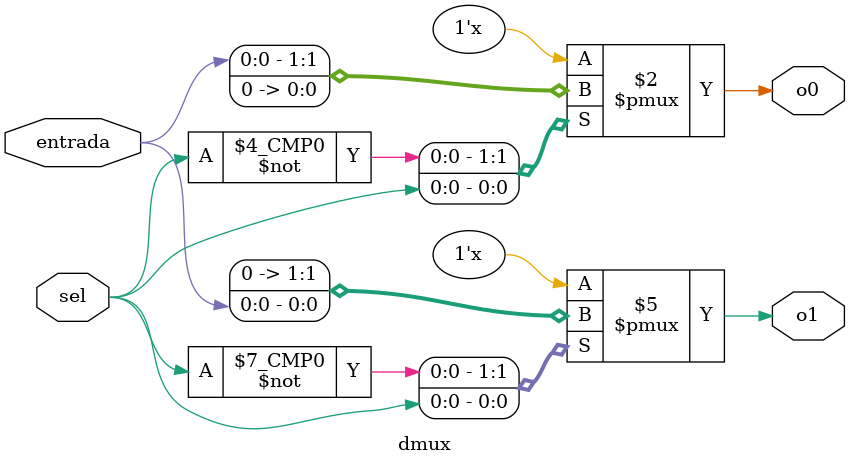
<source format=v>
module dmux(
    input wire entrada,
    input wire sel,
    output reg o0, output reg o1    
);

    /* Nn pode fazer assim, pq?
    assign o1 = sel? entrada : 0;
    assign o2 = sel? 0 : entrada;
    */

    always @(*) begin
        o0 = 0;
        o1 = 0;

        case(sel)
            1'b0 : o0 = entrada;
            1'b1 : o1 = entrada;
        endcase
    end
endmodule
</source>
